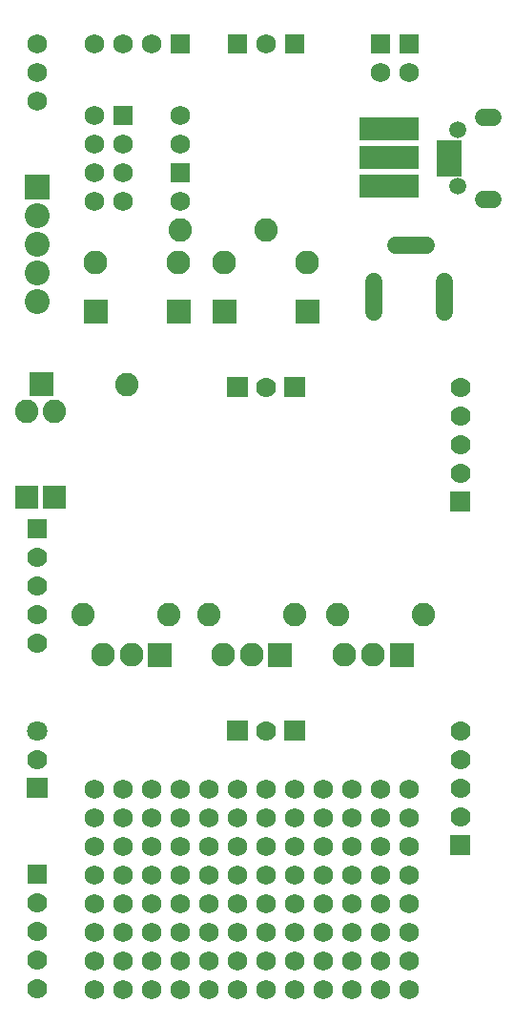
<source format=gts>
G04 Layer: TopSolderMaskLayer*
G04 EasyEDA v6.2.46, 2019-12-24T13:35:47+01:00*
G04 9af07930541e41a2aa19a6838659558f,f7dd187871414131b8e6a9aac608ee48,10*
G04 Gerber Generator version 0.2*
G04 Scale: 100 percent, Rotated: No, Reflected: No *
G04 Dimensions in millimeters *
G04 leading zeros omitted , absolute positions ,3 integer and 3 decimal *
%FSLAX33Y33*%
%MOMM*%
G90*
G71D02*

%ADD37C,1.503197*%
%ADD38C,1.727200*%
%ADD39R,1.727200X1.727200*%
%ADD41C,2.108200*%
%ADD42C,2.082800*%
%ADD45R,1.778000X1.778000*%
%ADD46C,1.778000*%
%ADD48C,1.803197*%
%ADD49C,2.203196*%
%ADD51R,2.082800X2.082800*%

%LPD*%
G54D37*
G01X43423Y88583D02*
G01X44323Y88583D01*
G01X43423Y81342D02*
G01X44323Y81342D01*
G01X33680Y74005D02*
G01X33680Y71305D01*
G01X39979Y71305D02*
G01X39979Y74005D01*
G01X35630Y77204D02*
G01X38330Y77204D01*
G54D38*
G01X34290Y92583D03*
G54D39*
G01X34290Y95123D03*
G36*
G01X35966Y94259D02*
G01X35966Y95986D01*
G01X37693Y95986D01*
G01X37693Y94259D01*
G01X35966Y94259D01*
G37*
G54D38*
G01X36830Y92583D03*
G36*
G01X13677Y39839D02*
G01X13677Y41948D01*
G01X15786Y41948D01*
G01X15786Y39839D01*
G01X13677Y39839D01*
G37*
G54D41*
G01X12192Y40894D03*
G01X9652Y40894D03*
G36*
G01X24320Y39839D02*
G01X24320Y41948D01*
G01X26428Y41948D01*
G01X26428Y39839D01*
G01X24320Y39839D01*
G37*
G01X22834Y40894D03*
G01X20294Y40894D03*
G36*
G01X35140Y39839D02*
G01X35140Y41948D01*
G01X37249Y41948D01*
G01X37249Y39839D01*
G01X35140Y39839D01*
G37*
G01X33655Y40894D03*
G01X31115Y40894D03*
G54D42*
G01X16510Y78613D03*
G01X24130Y78613D03*
G36*
G01X10566Y87909D02*
G01X10566Y89636D01*
G01X12293Y89636D01*
G01X12293Y87909D01*
G01X10566Y87909D01*
G37*
G54D38*
G01X8890Y88773D03*
G01X11430Y86233D03*
G01X8890Y86233D03*
G01X11430Y83693D03*
G01X8890Y83693D03*
G01X11430Y81153D03*
G01X8890Y81153D03*
G36*
G01X15328Y70319D02*
G01X15328Y72428D01*
G01X17437Y72428D01*
G01X17437Y70319D01*
G01X15328Y70319D01*
G37*
G54D41*
G01X16383Y75692D03*
G01X9017Y75692D03*
G36*
G01X7962Y70319D02*
G01X7962Y72428D01*
G01X10071Y72428D01*
G01X10071Y70319D01*
G01X7962Y70319D01*
G37*
G36*
G01X26758Y70319D02*
G01X26758Y72428D01*
G01X28867Y72428D01*
G01X28867Y70319D01*
G01X26758Y70319D01*
G37*
G01X27813Y75692D03*
G01X20447Y75692D03*
G36*
G01X19392Y70319D02*
G01X19392Y72428D01*
G01X21501Y72428D01*
G01X21501Y70319D01*
G01X19392Y70319D01*
G37*
G36*
G01X39286Y85925D02*
G01X39286Y86578D01*
G01X41490Y86578D01*
G01X41490Y85925D01*
G01X39286Y85925D01*
G37*
G36*
G01X39286Y85275D02*
G01X39286Y85928D01*
G01X41490Y85928D01*
G01X41490Y85275D01*
G01X39286Y85275D01*
G37*
G36*
G01X39286Y84625D02*
G01X39286Y85277D01*
G01X41490Y85277D01*
G01X41490Y84625D01*
G01X39286Y84625D01*
G37*
G36*
G01X39286Y83974D02*
G01X39286Y84630D01*
G01X41490Y84630D01*
G01X41490Y83974D01*
G01X39286Y83974D01*
G37*
G36*
G01X39286Y83324D02*
G01X39286Y83980D01*
G01X41490Y83980D01*
G01X41490Y83324D01*
G01X39286Y83324D01*
G37*
G54D37*
G01X41173Y82462D03*
G01X41173Y87462D03*
G54D38*
G01X16510Y81146D03*
G36*
G01X15646Y82829D02*
G01X15646Y84556D01*
G01X17373Y84556D01*
G01X17373Y82829D01*
G01X15646Y82829D01*
G37*
G01X16510Y86233D03*
G01X16510Y88773D03*
G36*
G01X32451Y81460D02*
G01X32451Y83464D01*
G01X37652Y83464D01*
G01X37652Y81460D01*
G01X32451Y81460D01*
G37*
G36*
G01X32451Y84000D02*
G01X32451Y86004D01*
G01X37652Y86004D01*
G01X37652Y84000D01*
G01X32451Y84000D01*
G37*
G36*
G01X32451Y86540D02*
G01X32451Y88544D01*
G01X37652Y88544D01*
G01X37652Y86540D01*
G01X32451Y86540D01*
G37*
G36*
G01X40513Y23114D02*
G01X40513Y24892D01*
G01X42291Y24892D01*
G01X42291Y23114D01*
G01X40513Y23114D01*
G37*
G54D46*
G01X41402Y26543D03*
G01X41402Y29083D03*
G01X41402Y31623D03*
G01X41402Y34163D03*
G36*
G01X25768Y33261D02*
G01X25768Y35064D01*
G01X27571Y35064D01*
G01X27571Y33261D01*
G01X25768Y33261D01*
G37*
G01X24130Y34163D03*
G36*
G01X20688Y33261D02*
G01X20688Y35064D01*
G01X22491Y35064D01*
G01X22491Y33261D01*
G01X20688Y33261D01*
G37*
G36*
G01X2908Y28181D02*
G01X2908Y29984D01*
G01X4711Y29984D01*
G01X4711Y28181D01*
G01X2908Y28181D01*
G37*
G01X3810Y31623D03*
G54D48*
G01X3810Y34163D03*
G54D42*
G01X15494Y44450D03*
G01X7874Y44450D03*
G01X26670Y44450D03*
G01X19050Y44450D03*
G01X38100Y44450D03*
G01X30480Y44450D03*
G54D38*
G01X3810Y95123D03*
G01X3810Y92583D03*
G01X3810Y90043D03*
G36*
G01X20726Y94259D02*
G01X20726Y95986D01*
G01X22453Y95986D01*
G01X22453Y94259D01*
G01X20726Y94259D01*
G37*
G01X24130Y95123D03*
G36*
G01X25806Y94259D02*
G01X25806Y95986D01*
G01X27533Y95986D01*
G01X27533Y94259D01*
G01X25806Y94259D01*
G37*
G54D45*
G01X3810Y52070D03*
G54D46*
G01X3810Y49530D03*
G01X3810Y46990D03*
G01X3810Y44450D03*
G01X3810Y41910D03*
G36*
G01X40513Y53594D02*
G01X40513Y55372D01*
G01X42291Y55372D01*
G01X42291Y53594D01*
G01X40513Y53594D01*
G37*
G01X41402Y57023D03*
G01X41402Y59563D03*
G01X41402Y62103D03*
G01X41402Y64643D03*
G54D45*
G01X3810Y21463D03*
G54D46*
G01X3810Y18923D03*
G01X3810Y16383D03*
G01X3810Y13843D03*
G01X3810Y11303D03*
G54D38*
G01X8890Y95123D03*
G01X11430Y95123D03*
G01X13970Y95123D03*
G36*
G01X15646Y94259D02*
G01X15646Y95986D01*
G01X17373Y95986D01*
G01X17373Y94259D01*
G01X15646Y94259D01*
G37*
G36*
G01X25768Y63741D02*
G01X25768Y65544D01*
G01X27571Y65544D01*
G01X27571Y63741D01*
G01X25768Y63741D01*
G37*
G54D46*
G01X24130Y64643D03*
G36*
G01X20688Y63741D02*
G01X20688Y65544D01*
G01X22491Y65544D01*
G01X22491Y63741D01*
G01X20688Y63741D01*
G37*
G54D49*
G01X3810Y72263D03*
G01X3810Y74803D03*
G01X3810Y77343D03*
G01X3810Y79883D03*
G36*
G01X2707Y81320D02*
G01X2707Y83525D01*
G01X4912Y83525D01*
G01X4912Y81320D01*
G01X2707Y81320D01*
G37*
G54D38*
G01X11430Y11176D03*
G01X8890Y11176D03*
G01X13970Y11176D03*
G01X16510Y11176D03*
G01X19050Y11176D03*
G01X21590Y11176D03*
G01X24130Y11176D03*
G01X26670Y11176D03*
G01X11430Y13716D03*
G01X8890Y13716D03*
G01X13970Y13716D03*
G01X16510Y13716D03*
G01X19050Y13716D03*
G01X21590Y13716D03*
G01X24130Y13716D03*
G01X26670Y13716D03*
G01X11430Y16256D03*
G01X8890Y16256D03*
G01X13970Y16256D03*
G01X16510Y16256D03*
G01X19050Y16256D03*
G01X21590Y16256D03*
G01X24130Y16256D03*
G01X26670Y16256D03*
G01X11430Y18796D03*
G01X8890Y18796D03*
G01X13970Y18796D03*
G01X16510Y18796D03*
G01X19050Y18796D03*
G01X21590Y18796D03*
G01X24130Y18796D03*
G01X26670Y18796D03*
G01X11430Y21336D03*
G01X8890Y21336D03*
G01X13970Y21336D03*
G01X16510Y21336D03*
G01X19050Y21336D03*
G01X21590Y21336D03*
G01X24130Y21336D03*
G01X26670Y21336D03*
G01X11430Y23876D03*
G01X8890Y23876D03*
G01X13970Y23876D03*
G01X16510Y23876D03*
G01X19050Y23876D03*
G01X21590Y23876D03*
G01X24130Y23876D03*
G01X26670Y23876D03*
G01X11430Y26416D03*
G01X8890Y26416D03*
G01X13970Y26416D03*
G01X16510Y26416D03*
G01X19050Y26416D03*
G01X21590Y26416D03*
G01X24130Y26416D03*
G01X26670Y26416D03*
G01X11430Y28956D03*
G01X8890Y28956D03*
G01X13970Y28956D03*
G01X16510Y28956D03*
G01X19050Y28956D03*
G01X21590Y28956D03*
G01X24130Y28956D03*
G01X26670Y28956D03*
G01X29210Y11176D03*
G01X29210Y13716D03*
G01X29210Y16256D03*
G01X29210Y18796D03*
G01X29210Y21336D03*
G01X29210Y23876D03*
G01X29210Y26416D03*
G01X29210Y28956D03*
G01X31750Y11176D03*
G01X31750Y13716D03*
G01X31750Y16256D03*
G01X31750Y18796D03*
G01X31750Y21336D03*
G01X31750Y23876D03*
G01X31750Y26416D03*
G01X31750Y28956D03*
G01X34290Y11176D03*
G01X34290Y13716D03*
G01X34290Y16256D03*
G01X34290Y18796D03*
G01X34290Y21336D03*
G01X34290Y23876D03*
G01X34290Y26416D03*
G01X34290Y28956D03*
G01X36830Y11176D03*
G01X36830Y13716D03*
G01X36830Y16256D03*
G01X36830Y18796D03*
G01X36830Y21336D03*
G01X36830Y23876D03*
G01X36830Y26416D03*
G01X36830Y28956D03*
G36*
G01X3149Y63855D02*
G01X3149Y65938D01*
G01X5232Y65938D01*
G01X5232Y63855D01*
G01X3149Y63855D01*
G37*
G54D42*
G01X11811Y64897D03*
G54D51*
G01X5334Y54864D03*
G54D42*
G01X5334Y62484D03*
G54D51*
G01X2921Y54864D03*
G54D42*
G01X2921Y62484D03*
M00*
M02*

</source>
